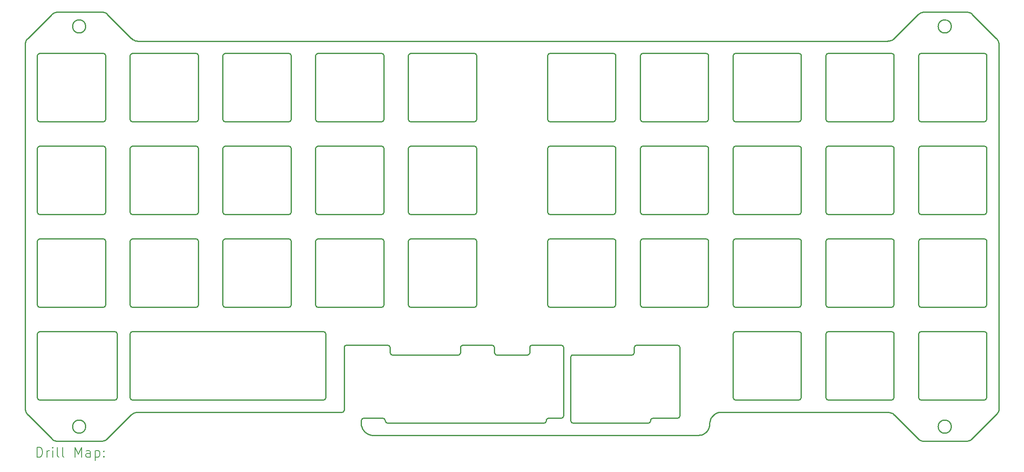
<source format=gbr>
%TF.GenerationSoftware,KiCad,Pcbnew,7.0.6*%
%TF.CreationDate,2023-10-08T00:22:24-04:00*%
%TF.ProjectId,ortho-fr4-plate,6f727468-6f2d-4667-9234-2d706c617465,rev?*%
%TF.SameCoordinates,Original*%
%TF.FileFunction,Drillmap*%
%TF.FilePolarity,Positive*%
%FSLAX45Y45*%
G04 Gerber Fmt 4.5, Leading zero omitted, Abs format (unit mm)*
G04 Created by KiCad (PCBNEW 7.0.6) date 2023-10-08 00:22:24*
%MOMM*%
%LPD*%
G01*
G04 APERTURE LIST*
%ADD10C,0.250000*%
%ADD11C,0.200000*%
G04 APERTURE END LIST*
D10*
X11901419Y-8491159D02*
X11927346Y-8498398D01*
X11945384Y-8517326D01*
X11951419Y-8541159D01*
X4886440Y-8491159D02*
X6186440Y-8491159D01*
X22983939Y-9891159D02*
X22958012Y-9883921D01*
X22939974Y-9864992D01*
X22933939Y-9841159D01*
X11951469Y-6031157D02*
X11944230Y-6057084D01*
X11925302Y-6075123D01*
X11901469Y-6081157D01*
X18618939Y-8541159D02*
X18618939Y-9841159D01*
X8091419Y-7986161D02*
X6791419Y-7986161D01*
X6236440Y-6636161D02*
X6236440Y-7936161D01*
X14896388Y-10872379D02*
X14273988Y-10872380D01*
X11901469Y-4681157D02*
X11927396Y-4688396D01*
X11945434Y-4707324D01*
X11951469Y-4731157D01*
X15840189Y-12272379D02*
X15814262Y-12265141D01*
X15796224Y-12246212D01*
X15790189Y-12222379D01*
X18618939Y-6031157D02*
X18611700Y-6057084D01*
X18592772Y-6075123D01*
X18568939Y-6081157D01*
X6765331Y-12107235D02*
X6787392Y-12088178D01*
X6811766Y-12072651D01*
X6838034Y-12060833D01*
X6865774Y-12052899D01*
X6894563Y-12049029D01*
X6904321Y-12048672D01*
X6236440Y-9841159D02*
X6229201Y-9867086D01*
X6210273Y-9885125D01*
X6186440Y-9891159D01*
X6741419Y-8541159D02*
X6748658Y-8515233D01*
X6767586Y-8497194D01*
X6791419Y-8491159D01*
X17268939Y-6081157D02*
X17243012Y-6073919D01*
X17224974Y-6054990D01*
X17218939Y-6031157D01*
X8091469Y-6081157D02*
X6791469Y-6081157D01*
X21078889Y-6586161D02*
X22378889Y-6586161D01*
X11737211Y-12524878D02*
X11734464Y-12524872D01*
X10601419Y-9891159D02*
X10575492Y-9883921D01*
X10557454Y-9864992D01*
X10551419Y-9841159D01*
X22428889Y-7936161D02*
X22421651Y-7962088D01*
X22402722Y-7980126D01*
X22378889Y-7986161D01*
X6739856Y-11746198D02*
X6739856Y-10446198D01*
X8696380Y-7986161D02*
X8670453Y-7978923D01*
X8652415Y-7959994D01*
X8646380Y-7936161D01*
X13806419Y-6586161D02*
X13832346Y-6593400D01*
X13850384Y-6612328D01*
X13856419Y-6636161D01*
X8696430Y-4681157D02*
X9996430Y-4681157D01*
X22378939Y-9891159D02*
X21078939Y-9891159D01*
X15363910Y-7986161D02*
X15337983Y-7978923D01*
X15319945Y-7959994D01*
X15313910Y-7936161D01*
X10709256Y-11796198D02*
X6789856Y-11796198D01*
X14173988Y-10672379D02*
X13573988Y-10672379D01*
X16713959Y-6031157D02*
X16706721Y-6057084D01*
X16687792Y-6075123D01*
X16663959Y-6081157D01*
X17142699Y-10672922D02*
X17983991Y-10672379D01*
X12506419Y-7986161D02*
X12480492Y-7978923D01*
X12462454Y-7959994D01*
X12456419Y-7936161D01*
X22378949Y-10396157D02*
X22404876Y-10403396D01*
X22422914Y-10422324D01*
X22428949Y-10446157D01*
X22933910Y-10446157D02*
X22941148Y-10420231D01*
X22960077Y-10402192D01*
X22983910Y-10396157D01*
X21078939Y-8491159D02*
X22378939Y-8491159D01*
X19123900Y-6031157D02*
X19123900Y-4731157D01*
X22983910Y-10396157D02*
X24283910Y-10396157D01*
X13473989Y-10872380D02*
X13499916Y-10865141D01*
X13517955Y-10846213D01*
X13523989Y-10822380D01*
X8696380Y-6586161D02*
X9996380Y-6586161D01*
X24283889Y-7986161D02*
X22983889Y-7986161D01*
X6739856Y-10446198D02*
X6747095Y-10420271D01*
X6766023Y-10402233D01*
X6789856Y-10396198D01*
X18568889Y-7986161D02*
X17268889Y-7986161D01*
X9996430Y-4681157D02*
X10022356Y-4688396D01*
X10040395Y-4707324D01*
X10046430Y-4731157D01*
X6186440Y-6586161D02*
X6212367Y-6593400D01*
X6230405Y-6612328D01*
X6236440Y-6636161D01*
X5266746Y-12648641D02*
X6141060Y-12648650D01*
X13806469Y-4681157D02*
X13832396Y-4688396D01*
X13850434Y-4707324D01*
X13856469Y-4731157D01*
X10046380Y-6636161D02*
X10046380Y-7936161D01*
X18033991Y-10722379D02*
X18033991Y-12122379D01*
X6904321Y-12048672D02*
X11086389Y-12048629D01*
X20473900Y-9891159D02*
X19173900Y-9891159D01*
X17268889Y-6586161D02*
X18568889Y-6586161D01*
X21028949Y-11746157D02*
X21028949Y-10446157D01*
X24333939Y-4731157D02*
X24333939Y-6031157D01*
X17218939Y-4731157D02*
X17226178Y-4705231D01*
X17245106Y-4687192D01*
X17268939Y-4681157D01*
X14996388Y-10672379D02*
X14970461Y-10679618D01*
X14952423Y-10698546D01*
X14946388Y-10722379D01*
X22983939Y-4681157D02*
X24283939Y-4681157D01*
X18891022Y-12048672D02*
X22295927Y-12048677D01*
X21028939Y-8541159D02*
X21036178Y-8515233D01*
X21055106Y-8497194D01*
X21078939Y-8491159D01*
X12506469Y-4681157D02*
X13806469Y-4681157D01*
X24527908Y-4370092D02*
X24045062Y-3887246D01*
X20473900Y-4681157D02*
X20499827Y-4688396D01*
X20517865Y-4707324D01*
X20523900Y-4731157D01*
X4583949Y-8226545D02*
X4583910Y-11965791D01*
X20523850Y-6636161D02*
X20523850Y-7936161D01*
X22378889Y-6586161D02*
X22404816Y-6593400D01*
X22422855Y-6612328D01*
X22428889Y-6636161D01*
X15596388Y-12172379D02*
X15622315Y-12165141D01*
X15640353Y-12146212D01*
X15646388Y-12122379D01*
X17268939Y-8491159D02*
X18568939Y-8491159D01*
X24283939Y-4681157D02*
X24309866Y-4688396D01*
X24327904Y-4707324D01*
X24333939Y-4731157D01*
X10551469Y-4731157D02*
X10558708Y-4705231D01*
X10577636Y-4687192D01*
X10601469Y-4681157D01*
X8141469Y-4731157D02*
X8141469Y-6031157D01*
X21078939Y-4681157D02*
X22378939Y-4681157D01*
X22983939Y-8491159D02*
X24283939Y-8491159D01*
X9996380Y-7986161D02*
X8696380Y-7986161D01*
X11901419Y-6586161D02*
X11927346Y-6593400D01*
X11945384Y-6612328D01*
X11951419Y-6636161D01*
X24333889Y-7936161D02*
X24326651Y-7962088D01*
X24307722Y-7980126D01*
X24283889Y-7986161D01*
X11136389Y-10722379D02*
X11136389Y-11998629D01*
X17218939Y-8541159D02*
X17226178Y-8515233D01*
X17245106Y-8497194D01*
X17268939Y-8491159D01*
X8091419Y-6586161D02*
X8117346Y-6593400D01*
X8135384Y-6612328D01*
X8141419Y-6636161D01*
X17428289Y-12222379D02*
X17421051Y-12248306D01*
X17402122Y-12266344D01*
X17378289Y-12272379D01*
X19123949Y-11746157D02*
X19123949Y-10446157D01*
X4886489Y-6081157D02*
X4860563Y-6073919D01*
X4842524Y-6054990D01*
X4836489Y-6031157D01*
X19173900Y-8491159D02*
X20473900Y-8491159D01*
X14223988Y-10722379D02*
X14216750Y-10696452D01*
X14197821Y-10678414D01*
X14173988Y-10672379D01*
X23903641Y-3828667D02*
X23061796Y-3828667D01*
X21028949Y-10446157D02*
X21036188Y-10420231D01*
X21055116Y-10402192D01*
X21078949Y-10396157D01*
X6186440Y-8491159D02*
X6212367Y-8498398D01*
X6230405Y-8517326D01*
X6236440Y-8541159D01*
X24333939Y-8541159D02*
X24333939Y-9841159D01*
X10046430Y-6031157D02*
X10039191Y-6057084D01*
X10020263Y-6075123D01*
X9996430Y-6081157D01*
X5830803Y-4128667D02*
G75*
G03*
X5830803Y-4128667I-135000J0D01*
G01*
X20523900Y-9841159D02*
X20516661Y-9867086D01*
X20497733Y-9885125D01*
X20473900Y-9891159D01*
X22983939Y-6081157D02*
X22958012Y-6073919D01*
X22939974Y-6054990D01*
X22933939Y-6031157D01*
X10759256Y-10446198D02*
X10759256Y-11746198D01*
X12027689Y-10672379D02*
X12027689Y-10672879D01*
X12456419Y-9841159D02*
X12456419Y-8541159D01*
X20473900Y-6081157D02*
X19173900Y-6081157D01*
X22920329Y-12590247D02*
X22942762Y-12609581D01*
X22967572Y-12625265D01*
X22994315Y-12637115D01*
X23022550Y-12644948D01*
X23051832Y-12648581D01*
X23061750Y-12648827D01*
X4583910Y-11965791D02*
X4586102Y-11995325D01*
X4592555Y-12023958D01*
X4603086Y-12051248D01*
X4617511Y-12076752D01*
X4635648Y-12100027D01*
X4642487Y-12107213D01*
X5125371Y-3887246D02*
X4642528Y-4370089D01*
X10046380Y-7936161D02*
X10039141Y-7962088D01*
X10020213Y-7980126D01*
X9996380Y-7986161D01*
X13523999Y-10822380D02*
X13523999Y-10722422D01*
X15363959Y-4681157D02*
X16663959Y-4681157D01*
X13856419Y-9841159D02*
X13849181Y-9867086D01*
X13830252Y-9885125D01*
X13806419Y-9891159D01*
X4836489Y-6031157D02*
X4836489Y-4731157D01*
X4886440Y-6586161D02*
X6186440Y-6586161D01*
X18568939Y-4681157D02*
X18594866Y-4688396D01*
X18612904Y-4707324D01*
X18618939Y-4731157D01*
X4886440Y-9891159D02*
X4860513Y-9883921D01*
X4842475Y-9864992D01*
X4836440Y-9841159D01*
X22933939Y-9841159D02*
X22933939Y-8541159D01*
X24283910Y-10396157D02*
X24309837Y-10403396D01*
X24327875Y-10422324D01*
X24333910Y-10446157D01*
X19123850Y-6636161D02*
X19131089Y-6610234D01*
X19150017Y-6592196D01*
X19173850Y-6586161D01*
X4836440Y-9841159D02*
X4836440Y-8541159D01*
X24283939Y-9891159D02*
X22983939Y-9891159D01*
X15335188Y-12172379D02*
X15596388Y-12172379D01*
X23061796Y-3828667D02*
X23032262Y-3830859D01*
X23003629Y-3837312D01*
X22976339Y-3847844D01*
X22950836Y-3862270D01*
X22927561Y-3880407D01*
X22920375Y-3887246D01*
X22437528Y-4370093D02*
X22415094Y-4389427D01*
X22390285Y-4405110D01*
X22363541Y-4416960D01*
X22335307Y-4424793D01*
X22306024Y-4428426D01*
X22296107Y-4428672D01*
X15646388Y-10722379D02*
X15639149Y-10696452D01*
X15620221Y-10678414D01*
X15596388Y-10672379D01*
X14273988Y-10872380D02*
X14248061Y-10865141D01*
X14230023Y-10846213D01*
X14223988Y-10822380D01*
X16663959Y-9891159D02*
X15363959Y-9891159D01*
X6236440Y-8541159D02*
X6236440Y-9841159D01*
X10601469Y-6081157D02*
X10575542Y-6073919D01*
X10557504Y-6054990D01*
X10551469Y-6031157D01*
X19173949Y-11796157D02*
X19148022Y-11788919D01*
X19129984Y-11769990D01*
X19123949Y-11746157D01*
X11737211Y-12524844D02*
X18414849Y-12524844D01*
X24045062Y-3887246D02*
X24022628Y-3867912D01*
X23997819Y-3852229D01*
X23971075Y-3840379D01*
X23942841Y-3832546D01*
X23913558Y-3828913D01*
X23903641Y-3828667D01*
X20523850Y-7936161D02*
X20516611Y-7962088D01*
X20497683Y-7980126D01*
X20473850Y-7986161D01*
X21078949Y-11796157D02*
X21053022Y-11788919D01*
X21034984Y-11769990D01*
X21028949Y-11746157D01*
X20473850Y-6586161D02*
X20499777Y-6593400D01*
X20517815Y-6612328D01*
X20523850Y-6636161D01*
X11980188Y-12222379D02*
X11987427Y-12248306D01*
X12006355Y-12266344D01*
X12030188Y-12272379D01*
X17478289Y-12172379D02*
X17452363Y-12179618D01*
X17434324Y-12198546D01*
X17428289Y-12222379D01*
X11951419Y-6636161D02*
X11951419Y-7936161D01*
X20473949Y-11796157D02*
X19173949Y-11796157D01*
X5266792Y-3828667D02*
X5237258Y-3830859D01*
X5208625Y-3837312D01*
X5181335Y-3847844D01*
X5155832Y-3862270D01*
X5132557Y-3880407D01*
X5125371Y-3887246D01*
X24333889Y-6636161D02*
X24333889Y-7936161D01*
X20473850Y-7986161D02*
X19173850Y-7986161D01*
X17268939Y-9891159D02*
X17243012Y-9883921D01*
X17224974Y-9864992D01*
X17218939Y-9841159D01*
X21028889Y-7936161D02*
X21028889Y-6636161D01*
X6906792Y-4428668D02*
X6877258Y-4426476D01*
X6848625Y-4420022D01*
X6821335Y-4409491D01*
X6795832Y-4395065D01*
X6772557Y-4376928D01*
X6765371Y-4370089D01*
X11930189Y-12172379D02*
X11956116Y-12179618D01*
X11974155Y-12198546D01*
X11980189Y-12222379D01*
X19123900Y-4731157D02*
X19131138Y-4705231D01*
X19150067Y-4687192D01*
X19173900Y-4681157D01*
X23609572Y-12348830D02*
G75*
G03*
X23609572Y-12348830I-135000J0D01*
G01*
X22428939Y-6031157D02*
X22421700Y-6057084D01*
X22402772Y-6075123D01*
X22378939Y-6081157D01*
X10551419Y-9841159D02*
X10551419Y-8541159D01*
X9996430Y-6081157D02*
X8696430Y-6081157D01*
X16713910Y-6636161D02*
X16713910Y-7936161D01*
X22378939Y-4681157D02*
X22404866Y-4688396D01*
X22422904Y-4707324D01*
X22428939Y-4731157D01*
X24333910Y-10446157D02*
X24333910Y-11746157D01*
X8141419Y-7936161D02*
X8134181Y-7962088D01*
X8115252Y-7980126D01*
X8091419Y-7986161D01*
X11951419Y-8541159D02*
X11951419Y-9841159D01*
X8141469Y-6031157D02*
X8134230Y-6057084D01*
X8115302Y-6075123D01*
X8091469Y-6081157D01*
X16713959Y-9841159D02*
X16706721Y-9867086D01*
X16687792Y-9885125D01*
X16663959Y-9891159D01*
X8646430Y-6031157D02*
X8646430Y-4731157D01*
X8141419Y-6636161D02*
X8141419Y-7936161D01*
X12456469Y-6031157D02*
X12456469Y-4731157D01*
X11951419Y-7936161D02*
X11944181Y-7962088D01*
X11925252Y-7980126D01*
X11901419Y-7986161D01*
X15313910Y-6636161D02*
X15321148Y-6610234D01*
X15340077Y-6592196D01*
X15363910Y-6586161D01*
X24283889Y-6586161D02*
X24309816Y-6593400D01*
X24327855Y-6612328D01*
X24333889Y-6636161D01*
X19173949Y-10396157D02*
X20473949Y-10396157D01*
X9996380Y-9891159D02*
X8696380Y-9891159D01*
X10046380Y-9841159D02*
X10039141Y-9867086D01*
X10020213Y-9885125D01*
X9996380Y-9891159D01*
X4836440Y-8541159D02*
X4843679Y-8515233D01*
X4862607Y-8497194D01*
X4886440Y-8491159D01*
X10046430Y-4731157D02*
X10046430Y-6031157D01*
X12030188Y-12272379D02*
X15235188Y-12272379D01*
X16663959Y-6081157D02*
X15363959Y-6081157D01*
X22983889Y-7986161D02*
X22957962Y-7978923D01*
X22939924Y-7959994D01*
X22933889Y-7936161D01*
X19173850Y-7986161D02*
X19147923Y-7978923D01*
X19129885Y-7959994D01*
X19123850Y-7936161D01*
X10601469Y-4681157D02*
X11901469Y-4681157D01*
X10601419Y-7986161D02*
X10575492Y-7978923D01*
X10557454Y-7959994D01*
X10551419Y-7936161D01*
X24333939Y-6031157D02*
X24326700Y-6057084D01*
X24307772Y-6075123D01*
X24283939Y-6081157D01*
X21028939Y-9841159D02*
X21028939Y-8541159D01*
X24283910Y-11796157D02*
X22983910Y-11796157D01*
X10551419Y-6636161D02*
X10558658Y-6610234D01*
X10577586Y-6592196D01*
X10601419Y-6586161D01*
X13856469Y-6031157D02*
X13849230Y-6057084D01*
X13830302Y-6075123D01*
X13806469Y-6081157D01*
X15313910Y-7936161D02*
X15313910Y-6636161D01*
X18568939Y-9891159D02*
X17268939Y-9891159D01*
X17983991Y-12172379D02*
X17478289Y-12172379D01*
X6791419Y-7986161D02*
X6765492Y-7978923D01*
X6747454Y-7959994D01*
X6741419Y-7936161D01*
X4583949Y-4511510D02*
X4583949Y-8226545D01*
X17218939Y-6031157D02*
X17218939Y-4731157D01*
X22437349Y-12107257D02*
X22920329Y-12590247D01*
X6791469Y-6081157D02*
X6765542Y-6073919D01*
X6747504Y-6054990D01*
X6741469Y-6031157D01*
X8646380Y-9841159D02*
X8646380Y-8541159D01*
X17218889Y-6636161D02*
X17226128Y-6610234D01*
X17245056Y-6592196D01*
X17268889Y-6586161D01*
X11186389Y-10672379D02*
X11160463Y-10679618D01*
X11142424Y-10698546D01*
X11136389Y-10722379D01*
X6282528Y-3887246D02*
X6260094Y-3867912D01*
X6235285Y-3852229D01*
X6208541Y-3840379D01*
X6180307Y-3832546D01*
X6151024Y-3828913D01*
X6141107Y-3828667D01*
X18618889Y-6636161D02*
X18618889Y-7936161D01*
X18618939Y-4731157D02*
X18618939Y-6031157D01*
X12506469Y-6081157D02*
X12480542Y-6073919D01*
X12462504Y-6054990D01*
X12456469Y-6031157D01*
X19173850Y-6586161D02*
X20473850Y-6586161D01*
X20523949Y-11746157D02*
X20516711Y-11772084D01*
X20497782Y-11790123D01*
X20473949Y-11796157D01*
X20473949Y-10396157D02*
X20499876Y-10403396D01*
X20517914Y-10422324D01*
X20523949Y-10446157D01*
X18618889Y-7936161D02*
X18611651Y-7962088D01*
X18592722Y-7980126D01*
X18568889Y-7986161D01*
X13806419Y-8491159D02*
X13832346Y-8498398D01*
X13850384Y-8517326D01*
X13856419Y-8541159D01*
X24586487Y-4511514D02*
X24584295Y-4481979D01*
X24577842Y-4453346D01*
X24567311Y-4426057D01*
X24552884Y-4400553D01*
X24534747Y-4377279D01*
X24527908Y-4370092D01*
X8091419Y-9891159D02*
X6791419Y-9891159D01*
X11535847Y-12172379D02*
X11930189Y-12172379D01*
X23903595Y-12648836D02*
X23933128Y-12646645D01*
X23961762Y-12640192D01*
X23989051Y-12629661D01*
X24014555Y-12615235D01*
X24037830Y-12597098D01*
X24045016Y-12590259D01*
X6791469Y-4681157D02*
X8091469Y-4681157D01*
X10551469Y-6031157D02*
X10551469Y-4731157D01*
X23061750Y-12648827D02*
X23903595Y-12648836D01*
X21078889Y-7986161D02*
X21052963Y-7978923D01*
X21034924Y-7959994D01*
X21028889Y-7936161D01*
X8091469Y-4681157D02*
X8117396Y-4688396D01*
X8135434Y-4707324D01*
X8141469Y-4731157D01*
X22428939Y-4731157D02*
X22428939Y-6031157D01*
X14946388Y-10722379D02*
X14946388Y-10822379D01*
X24283939Y-8491159D02*
X24309866Y-8498398D01*
X24327904Y-8517326D01*
X24333939Y-8541159D01*
X22428889Y-6636161D02*
X22428889Y-7936161D01*
X4886489Y-11796161D02*
X4860563Y-11788922D01*
X4842524Y-11769994D01*
X4836489Y-11746161D01*
X14946388Y-10822379D02*
X14939149Y-10848306D01*
X14920221Y-10866345D01*
X14896388Y-10872379D01*
X4642487Y-12107213D02*
X5125325Y-12590061D01*
X22428939Y-9841159D02*
X22421700Y-9867086D01*
X22402772Y-9885125D01*
X22378939Y-9891159D01*
X15363959Y-9891159D02*
X15338033Y-9883921D01*
X15319994Y-9864992D01*
X15313959Y-9841159D01*
X6741419Y-9841159D02*
X6741419Y-8541159D01*
X16663959Y-4681157D02*
X16689886Y-4688396D01*
X16707925Y-4707324D01*
X16713959Y-4731157D01*
X6791419Y-9891159D02*
X6765492Y-9883921D01*
X6747454Y-9864992D01*
X6741419Y-9841159D01*
X8696380Y-9891159D02*
X8670453Y-9883921D01*
X8652415Y-9864992D01*
X8646380Y-9841159D01*
X22933910Y-11746157D02*
X22933910Y-10446157D01*
X11951419Y-9841159D02*
X11944181Y-9867086D01*
X11925252Y-9885125D01*
X11901419Y-9891159D01*
X8646380Y-6636161D02*
X8653619Y-6610234D01*
X8672547Y-6592196D01*
X8696380Y-6586161D01*
X24527867Y-12107418D02*
X24547201Y-12084985D01*
X24562885Y-12060175D01*
X24574735Y-12033432D01*
X24582569Y-12005198D01*
X24586202Y-11975915D01*
X24586448Y-11965997D01*
X17218939Y-9841159D02*
X17218939Y-8541159D01*
X6765371Y-4370089D02*
X6282528Y-3887246D01*
X10709256Y-10396198D02*
X10735183Y-10403437D01*
X10753221Y-10422365D01*
X10759256Y-10446198D01*
X20523900Y-6031157D02*
X20516661Y-6057084D01*
X20497733Y-6075123D01*
X20473900Y-6081157D01*
X17092699Y-10822422D02*
X17092699Y-10722922D01*
X13856419Y-7936161D02*
X13849181Y-7962088D01*
X13830252Y-7980126D01*
X13806419Y-7986161D01*
X11734464Y-12524872D02*
X11708857Y-12523380D01*
X11684009Y-12519390D01*
X11648434Y-12509000D01*
X11615271Y-12493706D01*
X11584941Y-12473934D01*
X11557866Y-12450113D01*
X11534468Y-12422673D01*
X11515169Y-12392040D01*
X11500390Y-12358644D01*
X11490554Y-12322912D01*
X11486950Y-12298005D01*
X11485855Y-12272378D01*
X4642528Y-4370089D02*
X4623194Y-4392522D01*
X4607510Y-4417332D01*
X4595661Y-4444075D01*
X4587828Y-4472310D01*
X4584195Y-4501593D01*
X4583949Y-4511510D01*
X24045016Y-12590259D02*
X24527867Y-12107418D01*
X13856419Y-6636161D02*
X13856419Y-7936161D01*
X10046380Y-8541159D02*
X10046380Y-9841159D01*
X21028939Y-4731157D02*
X21036178Y-4705231D01*
X21055106Y-4687192D01*
X21078939Y-4681157D01*
X6236440Y-7936161D02*
X6229201Y-7962088D01*
X6210273Y-7980126D01*
X6186440Y-7986161D01*
X6186440Y-7986161D02*
X4886440Y-7986161D01*
X4836489Y-10446161D02*
X4843728Y-10420234D01*
X4862656Y-10402195D01*
X4886489Y-10396161D01*
X22378889Y-7986161D02*
X21078889Y-7986161D01*
X13856469Y-4731157D02*
X13856469Y-6031157D01*
X11485847Y-12222379D02*
X11493086Y-12196452D01*
X11512014Y-12178414D01*
X11535847Y-12172379D01*
X16663910Y-6586161D02*
X16689837Y-6593400D01*
X16707875Y-6612328D01*
X16713910Y-6636161D01*
X6474589Y-10446161D02*
X6474589Y-11746161D01*
X12027689Y-10672879D02*
X12053616Y-10680118D01*
X12071655Y-10699046D01*
X12077689Y-10722879D01*
X21028889Y-6636161D02*
X21036128Y-6610234D01*
X21055056Y-6592196D01*
X21078889Y-6586161D01*
X11901469Y-6081157D02*
X10601469Y-6081157D01*
X16713910Y-7936161D02*
X16706671Y-7962088D01*
X16687743Y-7980126D01*
X16663910Y-7986161D01*
X18033991Y-12122379D02*
X18026753Y-12148306D01*
X18007824Y-12166344D01*
X17983991Y-12172379D01*
X19123900Y-9841159D02*
X19123900Y-8541159D01*
X4836440Y-6636161D02*
X4843679Y-6610234D01*
X4862607Y-6592196D01*
X4886440Y-6586161D01*
X22378949Y-11796157D02*
X21078949Y-11796157D01*
X13806469Y-6081157D02*
X12506469Y-6081157D01*
X22933939Y-8541159D02*
X22941177Y-8515233D01*
X22960106Y-8497194D01*
X22983939Y-8491159D01*
X22428949Y-10446157D02*
X22428949Y-11746157D01*
X12456419Y-7936161D02*
X12456419Y-6636161D01*
X19123900Y-8541159D02*
X19131138Y-8515233D01*
X19150067Y-8497194D01*
X19173900Y-8491159D01*
X15363959Y-6081157D02*
X15338033Y-6073919D01*
X15319994Y-6054990D01*
X15313959Y-6031157D01*
X16663910Y-7986161D02*
X15363910Y-7986161D01*
X12077689Y-10822379D02*
X12084928Y-10848306D01*
X12103856Y-10866345D01*
X12127689Y-10872379D01*
X4836489Y-11746161D02*
X4836489Y-10446161D01*
X12506419Y-6586161D02*
X13806419Y-6586161D01*
X6791419Y-8491159D02*
X8091419Y-8491159D01*
X10551419Y-7936161D02*
X10551419Y-6636161D01*
X8141419Y-8541159D02*
X8141419Y-9841159D01*
X11485855Y-12272378D02*
X11485847Y-12222379D01*
X19123949Y-10446157D02*
X19131188Y-10420231D01*
X19150116Y-10402192D01*
X19173949Y-10396157D01*
X24333939Y-9841159D02*
X24326700Y-9867086D01*
X24307772Y-9885125D01*
X24283939Y-9891159D01*
X22296107Y-4428672D02*
X6906792Y-4428668D01*
X15790189Y-12222379D02*
X15790189Y-10922379D01*
X6424589Y-11796161D02*
X4886489Y-11796161D01*
X16713959Y-8541159D02*
X16713959Y-9841159D01*
X8646380Y-7936161D02*
X8646380Y-6636161D01*
X11186389Y-10672379D02*
X12027689Y-10672379D01*
X18641021Y-12298672D02*
X18642312Y-12273111D01*
X18646100Y-12248288D01*
X18656191Y-12212713D01*
X18671195Y-12179507D01*
X18690688Y-12149093D01*
X18714245Y-12121895D01*
X18741443Y-12098338D01*
X18771857Y-12078846D01*
X18805063Y-12063842D01*
X18840638Y-12053751D01*
X18865460Y-12049963D01*
X18891022Y-12048672D01*
X6789856Y-11796198D02*
X6763929Y-11788959D01*
X6745891Y-11770031D01*
X6739856Y-11746198D01*
X20523949Y-10446157D02*
X20523949Y-11746157D01*
X8646430Y-4731157D02*
X8653668Y-4705231D01*
X8672597Y-4687192D01*
X8696430Y-4681157D01*
X4886440Y-7986161D02*
X4860513Y-7978923D01*
X4842475Y-7959994D01*
X4836440Y-7936161D01*
X12506419Y-9891159D02*
X12480492Y-9883921D01*
X12462454Y-9864992D01*
X12456419Y-9841159D01*
X22920375Y-3887246D02*
X22437528Y-4370093D01*
X6474589Y-11746161D02*
X6467351Y-11772087D01*
X6448422Y-11790126D01*
X6424589Y-11796161D01*
X6186489Y-4681157D02*
X6212416Y-4688396D01*
X6230455Y-4707324D01*
X6236489Y-4731157D01*
X22933889Y-7936161D02*
X22933889Y-6636161D01*
X8696380Y-8491159D02*
X9996380Y-8491159D01*
X4836440Y-7936161D02*
X4836440Y-6636161D01*
X6741419Y-6636161D02*
X6748658Y-6610234D01*
X6767586Y-6592196D01*
X6791419Y-6586161D01*
X18568939Y-8491159D02*
X18594866Y-8498398D01*
X18612904Y-8517326D01*
X18618939Y-8541159D01*
X22933889Y-6636161D02*
X22941128Y-6610234D01*
X22960056Y-6592196D01*
X22983889Y-6586161D01*
X22378939Y-8491159D02*
X22404866Y-8498398D01*
X22422904Y-8517326D01*
X22428939Y-8541159D01*
X10759256Y-11746198D02*
X10752017Y-11772125D01*
X10733089Y-11790163D01*
X10709256Y-11796198D01*
X8141419Y-9841159D02*
X8134181Y-9867086D01*
X8115252Y-9885125D01*
X8091419Y-9891159D01*
X11901419Y-9891159D02*
X10601419Y-9891159D01*
X11901419Y-7986161D02*
X10601419Y-7986161D01*
X22428939Y-8541159D02*
X22428939Y-9841159D01*
X19123850Y-7936161D02*
X19123850Y-6636161D01*
X19173900Y-6081157D02*
X19147973Y-6073919D01*
X19129934Y-6054990D01*
X19123900Y-6031157D01*
X6424589Y-10396161D02*
X6450516Y-10403399D01*
X6468555Y-10422328D01*
X6474589Y-10446161D01*
X4886489Y-10396161D02*
X6424589Y-10396161D01*
X5125325Y-12590061D02*
X5147758Y-12609395D01*
X5172568Y-12625079D01*
X5199311Y-12636929D01*
X5227545Y-12644762D01*
X5256828Y-12648395D01*
X5266746Y-12648641D01*
X17268939Y-4681157D02*
X18568939Y-4681157D01*
X13523999Y-10722422D02*
X13531238Y-10696495D01*
X13550166Y-10678457D01*
X13573999Y-10672422D01*
X13806419Y-9891159D02*
X12506419Y-9891159D01*
X15363910Y-6586161D02*
X16663910Y-6586161D01*
X21078949Y-10396157D02*
X22378949Y-10396157D01*
X6282482Y-12590073D02*
X6765331Y-12107235D01*
X13806419Y-7986161D02*
X12506419Y-7986161D01*
X18618939Y-9841159D02*
X18611700Y-9867086D01*
X18592772Y-9885125D01*
X18568939Y-9891159D01*
X22933939Y-4731157D02*
X22941177Y-4705231D01*
X22960106Y-4687192D01*
X22983939Y-4681157D01*
X17218889Y-7936161D02*
X17218889Y-6636161D01*
X10601419Y-6586161D02*
X11901419Y-6586161D01*
X24586448Y-11965997D02*
X24586487Y-4511514D01*
X6236489Y-6031157D02*
X6229251Y-6057084D01*
X6210322Y-6075123D01*
X6186489Y-6081157D01*
X15235188Y-12272379D02*
X15261115Y-12265141D01*
X15279154Y-12246212D01*
X15285188Y-12222379D01*
X17042699Y-10872422D02*
X17068626Y-10865184D01*
X17086664Y-10846255D01*
X17092699Y-10822422D01*
X14223988Y-10822380D02*
X14223988Y-10722379D01*
X6791419Y-6586161D02*
X8091419Y-6586161D01*
X18568889Y-6586161D02*
X18594816Y-6593400D01*
X18612855Y-6612328D01*
X18618889Y-6636161D01*
X4836489Y-4731157D02*
X4843728Y-4705231D01*
X4862656Y-4687192D01*
X4886489Y-4681157D01*
X22378939Y-6081157D02*
X21078939Y-6081157D01*
X20523900Y-4731157D02*
X20523900Y-6031157D01*
X24283939Y-6081157D02*
X22983939Y-6081157D01*
X15646388Y-12122379D02*
X15646388Y-10722379D01*
X15313959Y-9841159D02*
X15313959Y-8541159D01*
X17378289Y-12272379D02*
X15840189Y-12272379D01*
X12077689Y-10722879D02*
X12077689Y-10822379D01*
X5830803Y-12348857D02*
G75*
G03*
X5830803Y-12348857I-135000J0D01*
G01*
X6741469Y-4731157D02*
X6748707Y-4705231D01*
X6767636Y-4687192D01*
X6791469Y-4681157D01*
X4886489Y-4681157D02*
X6186489Y-4681157D01*
X22428949Y-11746157D02*
X22421710Y-11772084D01*
X22402782Y-11790123D01*
X22378949Y-11796157D01*
X16663959Y-8491159D02*
X16689886Y-8498398D01*
X16707925Y-8517326D01*
X16713959Y-8541159D01*
X17092699Y-10722922D02*
X17099938Y-10696995D01*
X17118866Y-10678957D01*
X17142699Y-10672922D01*
X11086389Y-12048629D02*
X11112316Y-12041390D01*
X11130355Y-12022462D01*
X11136389Y-11998629D01*
X21078939Y-6081157D02*
X21053012Y-6073919D01*
X21034974Y-6054990D01*
X21028939Y-6031157D01*
X8091419Y-8491159D02*
X8117346Y-8498398D01*
X8135384Y-8517326D01*
X8141419Y-8541159D01*
X18568939Y-6081157D02*
X17268939Y-6081157D01*
X10551419Y-8541159D02*
X10558658Y-8515233D01*
X10577586Y-8497194D01*
X10601419Y-8491159D01*
X11951469Y-4731157D02*
X11951469Y-6031157D01*
X22983889Y-6586161D02*
X24283889Y-6586161D01*
X22295927Y-12048677D02*
X22325461Y-12050869D01*
X22354095Y-12057323D01*
X22381384Y-12067854D01*
X22406888Y-12082280D01*
X22430163Y-12100418D01*
X22437349Y-12107257D01*
X15285188Y-12222379D02*
X15292427Y-12196452D01*
X15311355Y-12178414D01*
X15335188Y-12172379D01*
X20523900Y-8541159D02*
X20523900Y-9841159D01*
X12127689Y-10872379D02*
X13473990Y-10872379D01*
X12456469Y-4731157D02*
X12463707Y-4705231D01*
X12482636Y-4687192D01*
X12506469Y-4681157D01*
X18641021Y-12298675D02*
X18641021Y-12298672D01*
X12456419Y-6636161D02*
X12463658Y-6610234D01*
X12482586Y-6592196D01*
X12506419Y-6586161D01*
X19173900Y-9891159D02*
X19147973Y-9883921D01*
X19129934Y-9864992D01*
X19123900Y-9841159D01*
X6741469Y-6031157D02*
X6741469Y-4731157D01*
X6141060Y-12648650D02*
X6170594Y-12646459D01*
X6199228Y-12640006D01*
X6226517Y-12629475D01*
X6252021Y-12615049D01*
X6275296Y-12596912D01*
X6282482Y-12590073D01*
X22983910Y-11796157D02*
X22957983Y-11788919D01*
X22939945Y-11769990D01*
X22933910Y-11746157D01*
X21028939Y-6031157D02*
X21028939Y-4731157D01*
X16713959Y-4731157D02*
X16713959Y-6031157D01*
X10601419Y-8491159D02*
X11901419Y-8491159D01*
X24333910Y-11746157D02*
X24326671Y-11772084D01*
X24307743Y-11790123D01*
X24283910Y-11796157D01*
X12506419Y-8491159D02*
X13806419Y-8491159D01*
X6186489Y-6081157D02*
X4886489Y-6081157D01*
X15313959Y-6031157D02*
X15313959Y-4731157D01*
X6789856Y-10396198D02*
X10709256Y-10396198D01*
X15313959Y-8541159D02*
X15321198Y-8515233D01*
X15340126Y-8497194D01*
X15363959Y-8491159D01*
X19173900Y-4681157D02*
X20473900Y-4681157D01*
X21078939Y-9891159D02*
X21053012Y-9883921D01*
X21034974Y-9864992D01*
X21028939Y-9841159D01*
X20473900Y-8491159D02*
X20499827Y-8498398D01*
X20517865Y-8517326D01*
X20523900Y-8541159D01*
X12456419Y-8541159D02*
X12463658Y-8515233D01*
X12482586Y-8497194D01*
X12506419Y-8491159D01*
X9996380Y-8491159D02*
X10022307Y-8498398D01*
X10040345Y-8517326D01*
X10046380Y-8541159D01*
X6236489Y-4731157D02*
X6236489Y-6031157D01*
X6141107Y-3828667D02*
X5266792Y-3828667D01*
X15840189Y-10872379D02*
X17042699Y-10872422D01*
X8646380Y-8541159D02*
X8653619Y-8515233D01*
X8672547Y-8497194D01*
X8696380Y-8491159D01*
X17268889Y-7986161D02*
X17242963Y-7978923D01*
X17224924Y-7959994D01*
X17218889Y-7936161D01*
X23609572Y-4128669D02*
G75*
G03*
X23609572Y-4128669I-135000J0D01*
G01*
X15596388Y-10672379D02*
X14996388Y-10672379D01*
X13856419Y-8541159D02*
X13856419Y-9841159D01*
X15363959Y-8491159D02*
X16663959Y-8491159D01*
X22933939Y-6031157D02*
X22933939Y-4731157D01*
X15313959Y-4731157D02*
X15321198Y-4705231D01*
X15340126Y-4687192D01*
X15363959Y-4681157D01*
X6741419Y-7936161D02*
X6741419Y-6636161D01*
X6186440Y-9891159D02*
X4886440Y-9891159D01*
X18414849Y-12524844D02*
X18449292Y-12522238D01*
X18482105Y-12514676D01*
X18512903Y-12502542D01*
X18541303Y-12486218D01*
X18566921Y-12466090D01*
X18589373Y-12442540D01*
X18608276Y-12415952D01*
X18623247Y-12386711D01*
X18633900Y-12355198D01*
X18639853Y-12321800D01*
X18641021Y-12298675D01*
X15790189Y-10922379D02*
X15797428Y-10896452D01*
X15816356Y-10878414D01*
X15840189Y-10872379D01*
X17983991Y-10672379D02*
X18009918Y-10679618D01*
X18027957Y-10698546D01*
X18033991Y-10722379D01*
X8696430Y-6081157D02*
X8670503Y-6073919D01*
X8652464Y-6054990D01*
X8646430Y-6031157D01*
X9996380Y-6586161D02*
X10022307Y-6593400D01*
X10040345Y-6612328D01*
X10046380Y-6636161D01*
D11*
X4832186Y-12972821D02*
X4832186Y-12772821D01*
X4832186Y-12772821D02*
X4879805Y-12772821D01*
X4879805Y-12772821D02*
X4908377Y-12782344D01*
X4908377Y-12782344D02*
X4927425Y-12801392D01*
X4927425Y-12801392D02*
X4936948Y-12820440D01*
X4936948Y-12820440D02*
X4946472Y-12858535D01*
X4946472Y-12858535D02*
X4946472Y-12887106D01*
X4946472Y-12887106D02*
X4936948Y-12925201D01*
X4936948Y-12925201D02*
X4927425Y-12944249D01*
X4927425Y-12944249D02*
X4908377Y-12963297D01*
X4908377Y-12963297D02*
X4879805Y-12972821D01*
X4879805Y-12972821D02*
X4832186Y-12972821D01*
X5032186Y-12972821D02*
X5032186Y-12839487D01*
X5032186Y-12877582D02*
X5041710Y-12858535D01*
X5041710Y-12858535D02*
X5051234Y-12849011D01*
X5051234Y-12849011D02*
X5070282Y-12839487D01*
X5070282Y-12839487D02*
X5089329Y-12839487D01*
X5155996Y-12972821D02*
X5155996Y-12839487D01*
X5155996Y-12772821D02*
X5146472Y-12782344D01*
X5146472Y-12782344D02*
X5155996Y-12791868D01*
X5155996Y-12791868D02*
X5165520Y-12782344D01*
X5165520Y-12782344D02*
X5155996Y-12772821D01*
X5155996Y-12772821D02*
X5155996Y-12791868D01*
X5279805Y-12972821D02*
X5260758Y-12963297D01*
X5260758Y-12963297D02*
X5251234Y-12944249D01*
X5251234Y-12944249D02*
X5251234Y-12772821D01*
X5384567Y-12972821D02*
X5365520Y-12963297D01*
X5365520Y-12963297D02*
X5355996Y-12944249D01*
X5355996Y-12944249D02*
X5355996Y-12772821D01*
X5613139Y-12972821D02*
X5613139Y-12772821D01*
X5613139Y-12772821D02*
X5679805Y-12915678D01*
X5679805Y-12915678D02*
X5746472Y-12772821D01*
X5746472Y-12772821D02*
X5746472Y-12972821D01*
X5927424Y-12972821D02*
X5927424Y-12868059D01*
X5927424Y-12868059D02*
X5917901Y-12849011D01*
X5917901Y-12849011D02*
X5898853Y-12839487D01*
X5898853Y-12839487D02*
X5860758Y-12839487D01*
X5860758Y-12839487D02*
X5841710Y-12849011D01*
X5927424Y-12963297D02*
X5908377Y-12972821D01*
X5908377Y-12972821D02*
X5860758Y-12972821D01*
X5860758Y-12972821D02*
X5841710Y-12963297D01*
X5841710Y-12963297D02*
X5832186Y-12944249D01*
X5832186Y-12944249D02*
X5832186Y-12925201D01*
X5832186Y-12925201D02*
X5841710Y-12906154D01*
X5841710Y-12906154D02*
X5860758Y-12896630D01*
X5860758Y-12896630D02*
X5908377Y-12896630D01*
X5908377Y-12896630D02*
X5927424Y-12887106D01*
X6022663Y-12839487D02*
X6022663Y-13039487D01*
X6022663Y-12849011D02*
X6041710Y-12839487D01*
X6041710Y-12839487D02*
X6079805Y-12839487D01*
X6079805Y-12839487D02*
X6098853Y-12849011D01*
X6098853Y-12849011D02*
X6108377Y-12858535D01*
X6108377Y-12858535D02*
X6117901Y-12877582D01*
X6117901Y-12877582D02*
X6117901Y-12934725D01*
X6117901Y-12934725D02*
X6108377Y-12953773D01*
X6108377Y-12953773D02*
X6098853Y-12963297D01*
X6098853Y-12963297D02*
X6079805Y-12972821D01*
X6079805Y-12972821D02*
X6041710Y-12972821D01*
X6041710Y-12972821D02*
X6022663Y-12963297D01*
X6203615Y-12953773D02*
X6213139Y-12963297D01*
X6213139Y-12963297D02*
X6203615Y-12972821D01*
X6203615Y-12972821D02*
X6194091Y-12963297D01*
X6194091Y-12963297D02*
X6203615Y-12953773D01*
X6203615Y-12953773D02*
X6203615Y-12972821D01*
X6203615Y-12849011D02*
X6213139Y-12858535D01*
X6213139Y-12858535D02*
X6203615Y-12868059D01*
X6203615Y-12868059D02*
X6194091Y-12858535D01*
X6194091Y-12858535D02*
X6203615Y-12849011D01*
X6203615Y-12849011D02*
X6203615Y-12868059D01*
M02*

</source>
